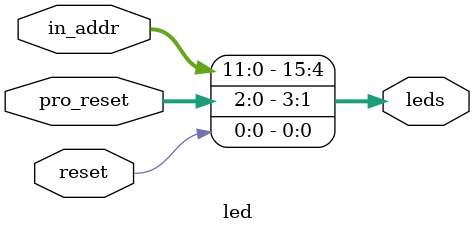
<source format=v>
`timescale 1ns / 1ps
module led(reset,pro_reset,in_addr,leds);
input reset; //×Ü¿ª¹Ø£¬Êý¾ÝÕý³£ÏÔÊ¾
input [2:0]pro_reset;   //3¸ö¿ª¹Ø×éºÏÀ´Ñ¡Ôñ¸÷ÖÖ²ÎÊý£º±ÈÈçPCµÄÖµ£¬±ÈÈçÊ±ÖÓÖÜÆÚÊý£¬ÓÐÌõ¼þ·ÖÖ§×ªÒÆÊýµÈµÈ
//001´ú±í²é¿´pcÖµ
//010´ú±í²é¿´ÖÜÆÚÊý
//011´ú±í²é¿´ÓÐÌõ¼þ·ÖÖ§×ªÒÆÊý
//100´ú±í²é¿´ÓÐÌõ¼þ·ÖÖ§×ªÒÆ³É¹¦Êý
//101´ú±í²é¿´ÎÞÌõ¼þ·ÖÖ§Ö¸ÁîÊý
input [11:0]in_addr;    //µØÖ·ÊäÈë²¦Âë¿ª¹Ø,12Î»µØÖ·Öµ£¬×Ü¹²4KµÄÄÚ´æ
output [15:0]leds;  //16Î»µÄledµÆµÄÏÔÊ¾

assign leds[0]=reset;  //×Ü¿ª¹ØÖ¸Ê¾µÆ,×îÓÒ±ß

assign leds[3:1]=pro_reset;   //ÏÔÊ¾¸÷ÖÖ²ÎÊýµÄµÄledµÆ

assign leds[15:4]=in_addr;  //ÏÔÊ¾µØÖ·ÖµµÄledµÆ

endmodule

</source>
